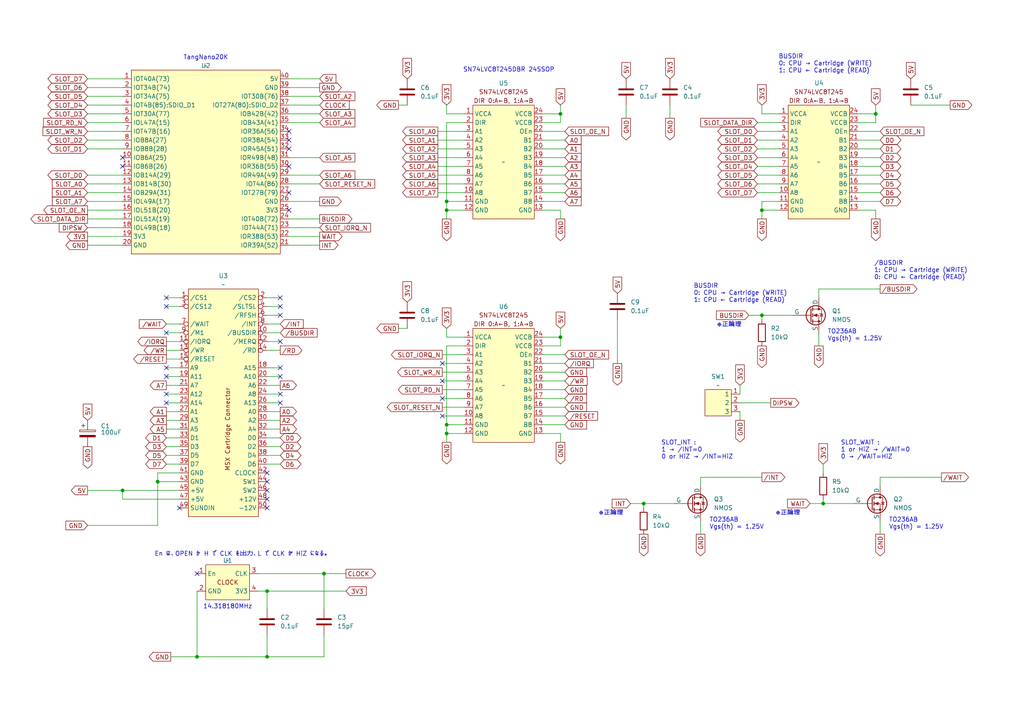
<source format=kicad_sch>
(kicad_sch (version 20250114) (generator "eeschema") (generator_version "9.0")
  (paper "A4")
  (lib_symbols
    (symbol "Device:C" (pin_numbers (hide yes)) (pin_names (offset 0.254))
      (property "Reference" "C" (at 0.635 2.54 0))
      (property "Value" "C" (at 0.635 -2.54 0))
      (symbol "C_0_1"
        (polyline (pts (xy -2.032 0.762) (xy 2.032 0.762)) (stroke (width 0.508)))
        (polyline (pts (xy -2.032 -0.762) (xy 2.032 -0.762)) (stroke (width 0.508)))
      )
      (symbol "C_1_1"
        (pin passive line (at 0 3.81 270) (length 2.794) (name "~") (number "1"))
        (pin passive line (at 0 -3.81 90) (length 2.794) (name "~") (number "2"))
      )
    )
    (symbol "Device:C_Polarized" (pin_numbers (hide yes)) (pin_names (offset 0.254))
      (property "Reference" "C" (at 0.635 2.54 0))
      (property "Value" "C_Polarized" (at 0.635 -2.54 0))
      (symbol "C_Polarized_0_1"
        (rectangle (start -2.286 0.508) (end 2.286 1.016))
        (polyline (pts (xy -1.778 2.286) (xy -0.762 2.286)))
        (polyline (pts (xy -1.27 2.794) (xy -1.27 1.778)))
        (rectangle (start 2.286 -0.508) (end -2.286 -1.016) (fill (type outline)))
      )
      (symbol "C_Polarized_1_1"
        (pin passive line (at 0 3.81 270) (length 2.794) (name "~") (number "1"))
        (pin passive line (at 0 -3.81 90) (length 2.794) (name "~") (number "2"))
      )
    )
    (symbol "Device:R" (pin_numbers (hide yes)) (pin_names (offset 0))
      (property "Reference" "R" (at 2.032 0 90))
      (property "Value" "R" (at 0 0 90))
      (symbol "R_0_1"
        (rectangle (start -1.016 -2.54) (end 1.016 2.54) (stroke (width 0.254)))
      )
      (symbol "R_1_1"
        (pin passive line (at 0 3.81 270) (length 1.27) (name "~") (number "1"))
        (pin passive line (at 0 -3.81 90) (length 1.27) (name "~") (number "2"))
      )
    )
    (symbol "My_Symbols:74LVC8T245"
      (property "Reference" "U" (at 0 0 0))
      (symbol "74LVC8T245_1_1"
        (rectangle (start -8.89 16.51) (end 8.89 -16.51) (fill (type background)))
        (text "SN74LVC8T245" (at 0 20.32 0) (effects (font (size 1.27 1.27))))
        (text "DIR 0:A←B, 1:A→B" (at 0 17.78 0) (effects (font (size 1.27 1.27))))
        (pin power_in line (at -11.43 13.97 0) (length 2.54) (name "VCCA") (number "1"))
        (pin input line (at -11.43 11.43 0) (length 2.54) (name "DIR") (number "2"))
        (pin bidirectional line (at -11.43 8.89 0) (length 2.54) (name "A1") (number "3"))
        (pin bidirectional line (at -11.43 6.35 0) (length 2.54) (name "A2") (number "4"))
        (pin bidirectional line (at -11.43 3.81 0) (length 2.54) (name "A3") (number "5"))
        (pin bidirectional line (at -11.43 1.27 0) (length 2.54) (name "A4") (number "6"))
        (pin bidirectional line (at -11.43 -1.27 0) (length 2.54) (name "A5") (number "7"))
        (pin bidirectional line (at -11.43 -3.81 0) (length 2.54) (name "A6") (number "8"))
        (pin bidirectional line (at -11.43 -6.35 0) (length 2.54) (name "A7") (number "9"))
        (pin bidirectional line (at -11.43 -8.89 0) (length 2.54) (name "A8") (number "10"))
        (pin power_in line (at -11.43 -11.43 0) (length 2.54) (name "GND") (number "11"))
        (pin power_in line (at -11.43 -13.97 0) (length 2.54) (name "GND") (number "12"))
        (pin power_in line (at 11.43 13.97 180) (length 2.54) (name "VCCB") (number "24"))
        (pin power_in line (at 11.43 11.43 180) (length 2.54) (name "VCCB") (number "23"))
        (pin bidirectional line (at 11.43 8.89 180) (length 2.54) (name "OEn") (number "22"))
        (pin bidirectional line (at 11.43 6.35 180) (length 2.54) (name "B1") (number "21"))
        (pin bidirectional line (at 11.43 3.81 180) (length 2.54) (name "B2") (number "20"))
        (pin bidirectional line (at 11.43 1.27 180) (length 2.54) (name "B3") (number "19"))
        (pin bidirectional line (at 11.43 -1.27 180) (length 2.54) (name "B4") (number "18"))
        (pin bidirectional line (at 11.43 -3.81 180) (length 2.54) (name "B5") (number "17"))
        (pin bidirectional line (at 11.43 -6.35 180) (length 2.54) (name "B6") (number "16"))
        (pin bidirectional line (at 11.43 -8.89 180) (length 2.54) (name "B7") (number "15"))
        (pin bidirectional line (at 11.43 -11.43 180) (length 2.54) (name "B8") (number "14"))
        (pin power_in line (at 11.43 -13.97 180) (length 2.54) (name "GND") (number "13"))
      )
    )
    (symbol "My_Symbols:CLOCK"
      (property "Reference" "U" (at 0 6.858 0))
      (symbol "CLOCK_1_1"
        (rectangle (start -6.35 5.08) (end 6.35 -5.08) (fill (type background)))
        (text "CLOCK" (at 0 0 0) (effects (font (size 1.27 1.27))))
        (pin input line (at -8.89 2.54 0) (length 2.54) (name "En") (number "1"))
        (pin power_in line (at -8.89 -2.54 0) (length 2.54) (name "GND") (number "2"))
        (pin output line (at 8.89 2.54 180) (length 2.54) (name "CLK") (number "3"))
        (pin power_in line (at 8.89 -2.54 180) (length 2.54) (name "3V3") (number "4"))
      )
    )
    (symbol "My_Symbols:MSX_Cartridge"
      (property "Reference" "U" (at 0 0 0))
      (symbol "MSX_Cartridge_1_1"
        (rectangle (start -11.43 21.59) (end 8.89 -44.45) (fill (type background)))
        (text "MSX Cartridge Connector" (at 0 -19.05 900) (effects (font (size 1.27 1.27))))
        (pin output inverted (at -13.97 19.05 0) (length 2.54) (name "/CS1") (number "1"))
        (pin output inverted (at -13.97 16.51 0) (length 2.54) (name "/CS12") (number "3"))
        (pin open_collector inverted (at -13.97 11.43 0) (length 2.54) (name "/WAIT") (number "7"))
        (pin output inverted (at -13.97 8.89 0) (length 2.54) (name "/M1") (number "9"))
        (pin output inverted (at -13.97 6.35 0) (length 2.54) (name "/IORQ") (number "11"))
        (pin output inverted (at -13.97 3.81 0) (length 2.54) (name "/WR") (number "13"))
        (pin output inverted (at -13.97 1.27 0) (length 2.54) (name "/RESET") (number "15"))
        (pin output line (at -13.97 -1.27 0) (length 2.54) (name "A9") (number "17"))
        (pin output line (at -13.97 -3.81 0) (length 2.54) (name "A11") (number "19"))
        (pin output line (at -13.97 -6.35 0) (length 2.54) (name "A7") (number "21"))
        (pin output line (at -13.97 -8.89 0) (length 2.54) (name "A12") (number "23"))
        (pin output line (at -13.97 -11.43 0) (length 2.54) (name "A14") (number "25"))
        (pin output line (at -13.97 -13.97 0) (length 2.54) (name "A1") (number "27"))
        (pin output line (at -13.97 -16.51 0) (length 2.54) (name "A3") (number "29"))
        (pin output line (at -13.97 -19.05 0) (length 2.54) (name "A5") (number "31"))
        (pin tri_state line (at -13.97 -21.59 0) (length 2.54) (name "D1") (number "33"))
        (pin tri_state line (at -13.97 -24.13 0) (length 2.54) (name "D3") (number "35"))
        (pin tri_state line (at -13.97 -26.67 0) (length 2.54) (name "D5") (number "37"))
        (pin tri_state line (at -13.97 -29.21 0) (length 2.54) (name "D7") (number "39"))
        (pin power_in line (at -13.97 -31.75 0) (length 2.54) (name "GND") (number "41"))
        (pin power_out line (at -13.97 -34.29 0) (length 2.54) (name "GND") (number "43"))
        (pin power_in line (at -13.97 -36.83 0) (length 2.54) (name "+5V") (number "45"))
        (pin power_out line (at -13.97 -39.37 0) (length 2.54) (name "+5V") (number "47"))
        (pin input line (at -13.97 -41.91 0) (length 2.54) (name "SUNDIN") (number "49"))
        (pin output inverted (at 11.43 19.05 180) (length 2.54) (name "/CS2") (number "2"))
        (pin output inverted (at 11.43 16.51 180) (length 2.54) (name "/SLTSL") (number "4"))
        (pin output inverted (at 11.43 13.97 180) (length 2.54) (name "/RFSH") (number "6"))
        (pin open_collector inverted (at 11.43 11.43 180) (length 2.54) (name "/INT") (number "8"))
        (pin input inverted (at 11.43 8.89 180) (length 2.54) (name "/BUSDIR") (number "10"))
        (pin output inverted (at 11.43 6.35 180) (length 2.54) (name "/MERQ") (number "12"))
        (pin output inverted (at 11.43 3.81 180) (length 2.54) (name "/RD") (number "14"))
        (pin output line (at 11.43 -1.27 180) (length 2.54) (name "A15") (number "18"))
        (pin output line (at 11.43 -3.81 180) (length 2.54) (name "A10") (number "20"))
        (pin output line (at 11.43 -6.35 180) (length 2.54) (name "A6") (number "22"))
        (pin output line (at 11.43 -8.89 180) (length 2.54) (name "A8") (number "24"))
        (pin output line (at 11.43 -11.43 180) (length 2.54) (name "A13") (number "26"))
        (pin output line (at 11.43 -13.97 180) (length 2.54) (name "A0") (number "28"))
        (pin output line (at 11.43 -16.51 180) (length 2.54) (name "A2") (number "30"))
        (pin output line (at 11.43 -19.05 180) (length 2.54) (name "A4") (number "32"))
        (pin tri_state line (at 11.43 -21.59 180) (length 2.54) (name "D0") (number "34"))
        (pin tri_state line (at 11.43 -24.13 180) (length 2.54) (name "D2") (number "36"))
        (pin tri_state line (at 11.43 -26.67 180) (length 2.54) (name "D4") (number "38"))
        (pin tri_state line (at 11.43 -29.21 180) (length 2.54) (name "D6") (number "40"))
        (pin output line (at 11.43 -31.75 180) (length 2.54) (name "CLOCK") (number "42"))
        (pin bidirectional line (at 11.43 -34.29 180) (length 2.54) (name "SW1") (number "44"))
        (pin bidirectional line (at 11.43 -36.83 180) (length 2.54) (name "SW2") (number "46"))
        (pin power_out line (at 11.43 -39.37 180) (length 2.54) (name "+12V") (number "48"))
        (pin power_out line (at 11.43 -41.91 180) (length 2.54) (name "-12V") (number "50"))
      )
    )
    (symbol "My_Symbols:Switch"
      (property "Reference" "SW" (at 0 0 0))
      (symbol "Switch_1_1"
        (rectangle (start -3.81 3.81) (end 3.81 -3.81) (fill (type background)))
        (pin passive line (at 6.35 2.54 180) (length 2.54) (name "1") (number "1"))
        (pin passive line (at 6.35 0 180) (length 2.54) (name "2") (number "2"))
        (pin passive line (at 6.35 -2.54 180) (length 2.54) (name "3") (number "3"))
      )
    )
    (symbol "My_Symbols:TangNano20K"
      (property "Reference" "Tangnano20K" (at 0 0 0))
      (symbol "TangNano20K_1_1"
        (rectangle (start -21.59 27.94) (end 21.59 -25.4) (fill (type background)))
        (pin tri_state line (at -24.13 25.4 0) (length 2.54) (name "IOT40A(73)") (number "1"))
        (pin tri_state line (at -24.13 22.86 0) (length 2.54) (name "IOT34B(74)") (number "2"))
        (pin tri_state line (at -24.13 20.32 0) (length 2.54) (name "IOT34A(75)") (number "3"))
        (pin tri_state line (at -24.13 17.78 0) (length 2.54) (name "IOT4B(85):SDIO_D1") (number "4"))
        (pin tri_state line (at -24.13 15.24 0) (length 2.54) (name "IOT30A(77)") (number "5"))
        (pin tri_state line (at -24.13 12.7 0) (length 2.54) (name "IOL47A(15)") (number "6"))
        (pin tri_state line (at -24.13 10.16 0) (length 2.54) (name "IOT47B(16)") (number "7"))
        (pin tri_state line (at -24.13 7.62 0) (length 2.54) (name "IOB8A(27)") (number "8"))
        (pin tri_state line (at -24.13 5.08 0) (length 2.54) (name "IOB8B(28)") (number "9"))
        (pin tri_state line (at -24.13 2.54 0) (length 2.54) (name "IOB6A(25)") (number "10"))
        (pin tri_state line (at -24.13 0 0) (length 2.54) (name "IOB6B(26)") (number "11"))
        (pin tri_state line (at -24.13 -2.54 0) (length 2.54) (name "IOB14A(29)") (number "12"))
        (pin tri_state line (at -24.13 -5.08 0) (length 2.54) (name "IOB14B(30)") (number "13"))
        (pin tri_state line (at -24.13 -7.62 0) (length 2.54) (name "IOB29A(31)") (number "14"))
        (pin tri_state line (at -24.13 -10.16 0) (length 2.54) (name "IOL49A(17)") (number "15"))
        (pin tri_state line (at -24.13 -12.7 0) (length 2.54) (name "IOL51B(20)") (number "16"))
        (pin tri_state line (at -24.13 -15.24 0) (length 2.54) (name "IOL51A(19)") (number "17"))
        (pin tri_state line (at -24.13 -17.78 0) (length 2.54) (name "IOL49B(18)") (number "18"))
        (pin power_out line (at -24.13 -20.32 0) (length 2.54) (name "3V3") (number "19"))
        (pin power_in line (at -24.13 -22.86 0) (length 2.54) (name "GND") (number "20"))
        (pin power_in line (at 24.13 25.4 180) (length 2.54) (name "5V") (number "40"))
        (pin power_in line (at 24.13 22.86 180) (length 2.54) (name "GND") (number "39"))
        (pin tri_state line (at 24.13 20.32 180) (length 2.54) (name "IOT30B(76)") (number "38"))
        (pin tri_state line (at 24.13 17.78 180) (length 2.54) (name "IOT27A(80):SDIO_D2") (number "37"))
        (pin tri_state line (at 24.13 15.24 180) (length 2.54) (name "IOB42B(42)") (number "36"))
        (pin tri_state line (at 24.13 12.7 180) (length 2.54) (name "IOB43A(41)") (number "35"))
        (pin tri_state line (at 24.13 10.16 180) (length 2.54) (name "IOR36A(56)") (number "34"))
        (pin tri_state line (at 24.13 7.62 180) (length 2.54) (name "IOR38A(54)") (number "33"))
        (pin tri_state line (at 24.13 5.08 180) (length 2.54) (name "IOR45A(51)") (number "32"))
        (pin tri_state line (at 24.13 2.54 180) (length 2.54) (name "IOR49B(48)") (number "31"))
        (pin tri_state line (at 24.13 0 180) (length 2.54) (name "IOR36B(55)") (number "30"))
        (pin tri_state line (at 24.13 -2.54 180) (length 2.54) (name "IOR49A(49)") (number "29"))
        (pin tri_state line (at 24.13 -5.08 180) (length 2.54) (name "IOT4A(86)") (number "28"))
        (pin tri_state line (at 24.13 -7.62 180) (length 2.54) (name "IOT27B(79)") (number "27"))
        (pin power_in line (at 24.13 -10.16 180) (length 2.54) (name "GND") (number "26"))
        (pin power_out line (at 24.13 -12.7 180) (length 2.54) (name "3V3") (number "25"))
        (pin tri_state line (at 24.13 -15.24 180) (length 2.54) (name "IOT40B(72)") (number "24"))
        (pin tri_state line (at 24.13 -17.78 180) (length 2.54) (name "IOT44A(71)") (number "23"))
        (pin tri_state line (at 24.13 -20.32 180) (length 2.54) (name "IOR38B(53)") (number "22"))
        (pin tri_state line (at 24.13 -22.86 180) (length 2.54) (name "IOR39A(52)") (number "21"))
      )
    )
    (symbol "Simulation_SPICE:NMOS" (pin_numbers (hide yes)) (pin_names (offset 0))
      (property "Reference" "Q" (at 5.08 1.27 0))
      (property "Value" "NMOS" (at 5.08 -1.27 0))
      (symbol "NMOS_0_1"
        (polyline (pts (xy 0.254 1.905) (xy 0.254 -1.905)) (stroke (width 0.254)))
        (polyline (pts (xy 0.254 0) (xy -2.54 0)))
        (polyline (pts (xy 0.762 2.286) (xy 0.762 1.27)) (stroke (width 0.254)))
        (polyline (pts (xy 0.762 0.508) (xy 0.762 -0.508)) (stroke (width 0.254)))
        (polyline (pts (xy 0.762 -1.27) (xy 0.762 -2.286)) (stroke (width 0.254)))
        (polyline (pts (xy 0.762 -1.778) (xy 3.302 -1.778) (xy 3.302 1.778) (xy 0.762 1.778)))
        (polyline (pts (xy 1.016 0) (xy 2.032 0.381) (xy 2.032 -0.381) (xy 1.016 0)) (fill (type outline)))
        (circle (center 1.651 0) (radius 2.794) (stroke (width 0.254)))
        (polyline (pts (xy 2.54 2.54) (xy 2.54 1.778)))
        (circle (center 2.54 1.778) (radius 0.254) (fill (type outline)))
        (circle (center 2.54 -1.778) (radius 0.254) (fill (type outline)))
        (polyline (pts (xy 2.54 -2.54) (xy 2.54 0) (xy 0.762 0)))
        (polyline (pts (xy 2.794 0.508) (xy 2.921 0.381) (xy 3.683 0.381) (xy 3.81 0.254)))
        (polyline (pts (xy 3.302 0.381) (xy 2.921 -0.254) (xy 3.683 -0.254) (xy 3.302 0.381)))
      )
      (symbol "NMOS_1_1"
        (pin input line (at -5.08 0 0) (length 2.54) (name "G") (number "2"))
        (pin passive line (at 2.54 5.08 270) (length 2.54) (name "D") (number "1"))
        (pin passive line (at 2.54 -5.08 90) (length 2.54) (name "S") (number "3"))
      )
    )
  )
  (text "SLOT_INT : \n1 → /INT=0\n0 or HiZ → /INT=HiZ\n" (at 191.77 133.35 0) (effects (font (size 1.27 1.27)) (justify left bottom)))
  (text "TO236AB\nVgs(th) = 1.25V" (at 257.81 153.67 0) (effects (font (size 1.27 1.27)) (justify left bottom)))
  (text "TO236AB\nVgs(th) = 1.25V" (at 205.74 153.67 0) (effects (font (size 1.27 1.27)) (justify left bottom)))
  (text "En は、OPEN か H で CLK を出力、L で CLK が HiZ になる。" (at 70.104 160.782 0) (effects (font (size 1.27 1.27))))
  (text "TangNano20K" (at 59.69 16.764 0) (effects (font (size 1.27 1.27))))
  (text "BUSDIR\n0: CPU → Cartridge (WRITE)\n1: CPU ← Cartridge (READ)" (at 225.806 21.336 0) (effects (font (size 1.27 1.27)) (justify left bottom)))
  (text "14.318180MHz" (at 66.04 176.022 0) (effects (font (size 1.27 1.27))))
  (text "※正論理" (at 173.482 149.606 0) (effects (font (size 1.27 1.27)) (justify left bottom)))
  (text "※正論理" (at 207.772 94.996 0) (effects (font (size 1.27 1.27)) (justify left bottom)))
  (text "BUSDIR\n0: CPU → Cartridge (WRITE)\n1: CPU ← Cartridge (READ)" (at 201.168 87.884 0) (effects (font (size 1.27 1.27)) (justify left bottom)))
  (text "SLOT_WAIT : \n1 or HiZ → /WAIT=0\n0 → /WAIT=HiZ\n" (at 243.84 133.35 0) (effects (font (size 1.27 1.27)) (justify left bottom)))
  (text "TO236AB\nVgs(th) = 1.25V" (at 240.03 99.06 0) (effects (font (size 1.27 1.27)) (justify left bottom)))
  (text "※正論理" (at 224.79 149.606 0) (effects (font (size 1.27 1.27)) (justify left bottom)))
  (text "SN74LVC8T245DBR 24SSOP" (at 147.574 20.32 0) (effects (font (size 1.27 1.27))))
  (text "/BUSDIR\n1: CPU → Cartridge (WRITE)\n0: CPU ← Cartridge (READ)" (at 253.492 81.28 0) (effects (font (size 1.27 1.27)) (justify left bottom)))
  (junction (at 45.72 139.7))
  (junction (at 77.47 171.45))
  (junction (at 129.54 58.42))
  (junction (at 238.76 146.05))
  (junction (at 77.47 190.5))
  (junction (at 129.54 60.96))
  (junction (at 186.69 146.05))
  (junction (at 254 33.02))
  (junction (at 129.54 123.19))
  (junction (at 57.15 190.5))
  (junction (at 220.98 60.96))
  (junction (at 93.98 166.37))
  (junction (at 129.54 125.73))
  (junction (at 162.56 97.79))
  (junction (at 162.56 33.02))
  (junction (at 220.98 91.44))
  (junction (at 35.56 142.24))
  (no_connect (at 83.82 43.18))
  (no_connect (at 81.28 114.3))
  (no_connect (at 48.26 114.3))
  (no_connect (at 83.82 60.96))
  (no_connect (at 48.26 96.52))
  (no_connect (at 52.07 147.32))
  (no_connect (at 81.28 109.22))
  (no_connect (at 83.82 48.26))
  (no_connect (at 77.47 137.16))
  (no_connect (at 81.28 106.68))
  (no_connect (at 83.82 40.64))
  (no_connect (at 77.47 142.24))
  (no_connect (at 128.27 105.41))
  (no_connect (at 48.26 109.22))
  (no_connect (at 81.28 116.84))
  (no_connect (at 81.28 91.44))
  (no_connect (at 81.28 88.9))
  (no_connect (at 48.26 116.84))
  (no_connect (at 48.26 86.36))
  (no_connect (at 57.15 166.37))
  (no_connect (at 35.56 45.72))
  (no_connect (at 48.26 88.9))
  (no_connect (at 81.28 86.36))
  (no_connect (at 128.27 120.65))
  (no_connect (at 128.27 115.57))
  (no_connect (at 35.56 48.26))
  (no_connect (at 81.28 99.06))
  (no_connect (at 128.27 110.49))
  (no_connect (at 77.47 144.78))
  (no_connect (at 83.82 55.88))
  (no_connect (at 77.47 139.7))
  (no_connect (at 77.47 147.32))
  (no_connect (at 83.82 38.1))
  (no_connect (at 48.26 106.68))
  (wire (pts (xy 238.76 146.05) (xy 238.76 144.78)))
  (wire (pts (xy 129.54 35.56) (xy 129.54 58.42)))
  (wire (pts (xy 134.62 97.79) (xy 129.54 97.79)))
  (wire (pts (xy 81.28 96.52) (xy 77.47 96.52)))
  (wire (pts (xy 127 43.18) (xy 134.62 43.18)))
  (wire (pts (xy 220.98 60.96) (xy 220.98 63.5)))
  (wire (pts (xy 226.06 33.02) (xy 220.98 33.02)))
  (wire (pts (xy 57.15 171.45) (xy 57.15 190.5)))
  (wire (pts (xy 100.33 166.37) (xy 93.98 166.37)))
  (wire (pts (xy 186.69 146.05) (xy 186.69 147.32)))
  (wire (pts (xy 255.27 55.88) (xy 248.92 55.88)))
  (wire (pts (xy 100.33 171.45) (xy 77.47 171.45)))
  (wire (pts (xy 237.49 83.82) (xy 237.49 86.36)))
  (wire (pts (xy 35.56 144.78) (xy 35.56 142.24)))
  (wire (pts (xy 81.28 86.36) (xy 77.47 86.36)))
  (wire (pts (xy 220.98 138.43) (xy 203.2 138.43)))
  (wire (pts (xy 163.83 50.8) (xy 157.48 50.8)))
  (wire (pts (xy 92.71 68.58) (xy 83.82 68.58)))
  (wire (pts (xy 48.26 119.38) (xy 52.07 119.38)))
  (wire (pts (xy 254 33.02) (xy 254 30.48)))
  (wire (pts (xy 162.56 125.73) (xy 162.56 128.27)))
  (wire (pts (xy 25.4 38.1) (xy 35.56 38.1)))
  (wire (pts (xy 25.4 40.64) (xy 35.56 40.64)))
  (wire (pts (xy 45.72 137.16) (xy 52.07 137.16)))
  (wire (pts (xy 81.28 91.44) (xy 77.47 91.44)))
  (wire (pts (xy 163.83 45.72) (xy 157.48 45.72)))
  (wire (pts (xy 48.26 86.36) (xy 52.07 86.36)))
  (wire (pts (xy 226.06 58.42) (xy 220.98 58.42)))
  (wire (pts (xy 157.48 60.96) (xy 162.56 60.96)))
  (wire (pts (xy 220.98 91.44) (xy 220.98 92.71)))
  (wire (pts (xy 25.4 63.5) (xy 35.56 63.5)))
  (wire (pts (xy 255.27 53.34) (xy 248.92 53.34)))
  (wire (pts (xy 93.98 184.15) (xy 93.98 190.5)))
  (wire (pts (xy 163.83 107.95) (xy 157.48 107.95)))
  (wire (pts (xy 219.71 40.64) (xy 226.06 40.64)))
  (wire (pts (xy 223.52 116.84) (xy 214.63 116.84)))
  (wire (pts (xy 248.92 33.02) (xy 254 33.02)))
  (wire (pts (xy 238.76 134.62) (xy 238.76 137.16)))
  (wire (pts (xy 45.72 137.16) (xy 45.72 139.7)))
  (wire (pts (xy 81.28 124.46) (xy 77.47 124.46)))
  (wire (pts (xy 220.98 33.02) (xy 220.98 30.48)))
  (wire (pts (xy 81.28 106.68) (xy 77.47 106.68)))
  (wire (pts (xy 77.47 171.45) (xy 77.47 176.53)))
  (wire (pts (xy 81.28 116.84) (xy 77.47 116.84)))
  (wire (pts (xy 128.27 115.57) (xy 134.62 115.57)))
  (wire (pts (xy 48.26 96.52) (xy 52.07 96.52)))
  (wire (pts (xy 163.83 102.87) (xy 157.48 102.87)))
  (wire (pts (xy 134.62 100.33) (xy 129.54 100.33)))
  (wire (pts (xy 25.4 58.42) (xy 35.56 58.42)))
  (wire (pts (xy 92.71 27.94) (xy 83.82 27.94)))
  (wire (pts (xy 219.71 53.34) (xy 226.06 53.34)))
  (wire (pts (xy 255.27 45.72) (xy 248.92 45.72)))
  (wire (pts (xy 234.95 146.05) (xy 238.76 146.05)))
  (wire (pts (xy 129.54 33.02) (xy 129.54 30.48)))
  (wire (pts (xy 134.62 33.02) (xy 129.54 33.02)))
  (wire (pts (xy 81.28 88.9) (xy 77.47 88.9)))
  (wire (pts (xy 220.98 60.96) (xy 226.06 60.96)))
  (wire (pts (xy 25.4 33.02) (xy 35.56 33.02)))
  (wire (pts (xy 163.83 105.41) (xy 157.48 105.41)))
  (wire (pts (xy 203.2 154.94) (xy 203.2 151.13)))
  (wire (pts (xy 25.4 27.94) (xy 35.56 27.94)))
  (wire (pts (xy 93.98 166.37) (xy 93.98 176.53)))
  (wire (pts (xy 35.56 142.24) (xy 52.07 142.24)))
  (wire (pts (xy 255.27 43.18) (xy 248.92 43.18)))
  (wire (pts (xy 248.92 60.96) (xy 254 60.96)))
  (wire (pts (xy 25.4 50.8) (xy 35.56 50.8)))
  (wire (pts (xy 157.48 97.79) (xy 162.56 97.79)))
  (wire (pts (xy 163.83 40.64) (xy 157.48 40.64)))
  (wire (pts (xy 92.71 66.04) (xy 83.82 66.04)))
  (wire (pts (xy 48.26 132.08) (xy 52.07 132.08)))
  (wire (pts (xy 179.07 92.71) (xy 179.07 105.41)))
  (wire (pts (xy 181.61 30.48) (xy 181.61 34.29)))
  (wire (pts (xy 25.4 22.86) (xy 35.56 22.86)))
  (wire (pts (xy 48.26 93.98) (xy 52.07 93.98)))
  (wire (pts (xy 255.27 58.42) (xy 248.92 58.42)))
  (wire (pts (xy 162.56 60.96) (xy 162.56 63.5)))
  (wire (pts (xy 128.27 113.03) (xy 134.62 113.03)))
  (wire (pts (xy 255.27 40.64) (xy 248.92 40.64)))
  (wire (pts (xy 219.71 43.18) (xy 226.06 43.18)))
  (wire (pts (xy 162.56 33.02) (xy 162.56 30.48)))
  (wire (pts (xy 129.54 97.79) (xy 129.54 95.25)))
  (wire (pts (xy 92.71 53.34) (xy 83.82 53.34)))
  (wire (pts (xy 203.2 138.43) (xy 203.2 140.97)))
  (wire (pts (xy 115.57 95.25) (xy 118.11 95.25)))
  (wire (pts (xy 163.83 58.42) (xy 157.48 58.42)))
  (wire (pts (xy 128.27 102.87) (xy 134.62 102.87)))
  (wire (pts (xy 127 38.1) (xy 134.62 38.1)))
  (wire (pts (xy 25.4 55.88) (xy 35.56 55.88)))
  (wire (pts (xy 186.69 146.05) (xy 195.58 146.05)))
  (wire (pts (xy 220.98 58.42) (xy 220.98 60.96)))
  (wire (pts (xy 127 45.72) (xy 134.62 45.72)))
  (wire (pts (xy 129.54 125.73) (xy 134.62 125.73)))
  (wire (pts (xy 49.53 190.5) (xy 57.15 190.5)))
  (wire (pts (xy 92.71 22.86) (xy 83.82 22.86)))
  (wire (pts (xy 25.4 68.58) (xy 35.56 68.58)))
  (wire (pts (xy 48.26 124.46) (xy 52.07 124.46)))
  (wire (pts (xy 48.26 109.22) (xy 52.07 109.22)))
  (wire (pts (xy 48.26 134.62) (xy 52.07 134.62)))
  (wire (pts (xy 129.54 100.33) (xy 129.54 123.19)))
  (wire (pts (xy 48.26 101.6) (xy 52.07 101.6)))
  (wire (pts (xy 81.28 114.3) (xy 77.47 114.3)))
  (wire (pts (xy 163.83 115.57) (xy 157.48 115.57)))
  (wire (pts (xy 128.27 120.65) (xy 134.62 120.65)))
  (wire (pts (xy 254 35.56) (xy 254 33.02)))
  (wire (pts (xy 92.71 71.12) (xy 83.82 71.12)))
  (wire (pts (xy 77.47 184.15) (xy 77.47 190.5)))
  (wire (pts (xy 81.28 121.92) (xy 77.47 121.92)))
  (wire (pts (xy 163.83 53.34) (xy 157.48 53.34)))
  (wire (pts (xy 25.4 25.4) (xy 35.56 25.4)))
  (wire (pts (xy 254 60.96) (xy 254 63.5)))
  (wire (pts (xy 128.27 105.41) (xy 134.62 105.41)))
  (wire (pts (xy 255.27 138.43) (xy 255.27 140.97)))
  (wire (pts (xy 127 53.34) (xy 134.62 53.34)))
  (wire (pts (xy 219.71 50.8) (xy 226.06 50.8)))
  (wire (pts (xy 275.59 30.48) (xy 264.16 30.48)))
  (wire (pts (xy 92.71 33.02) (xy 83.82 33.02)))
  (wire (pts (xy 92.71 35.56) (xy 83.82 35.56)))
  (wire (pts (xy 219.71 38.1) (xy 226.06 38.1)))
  (wire (pts (xy 25.4 142.24) (xy 35.56 142.24)))
  (wire (pts (xy 45.72 139.7) (xy 45.72 152.4)))
  (wire (pts (xy 163.83 113.03) (xy 157.48 113.03)))
  (wire (pts (xy 48.26 111.76) (xy 52.07 111.76)))
  (wire (pts (xy 162.56 35.56) (xy 162.56 33.02)))
  (wire (pts (xy 25.4 71.12) (xy 35.56 71.12)))
  (wire (pts (xy 52.07 144.78) (xy 35.56 144.78)))
  (wire (pts (xy 48.26 104.14) (xy 52.07 104.14)))
  (wire (pts (xy 92.71 58.42) (xy 83.82 58.42)))
  (wire (pts (xy 81.28 111.76) (xy 77.47 111.76)))
  (wire (pts (xy 48.26 129.54) (xy 52.07 129.54)))
  (wire (pts (xy 219.71 55.88) (xy 226.06 55.88)))
  (wire (pts (xy 255.27 154.94) (xy 255.27 151.13)))
  (wire (pts (xy 214.63 121.92) (xy 214.63 119.38)))
  (wire (pts (xy 273.05 138.43) (xy 255.27 138.43)))
  (wire (pts (xy 255.27 38.1) (xy 248.92 38.1)))
  (wire (pts (xy 81.28 93.98) (xy 77.47 93.98)))
  (wire (pts (xy 25.4 53.34) (xy 35.56 53.34)))
  (wire (pts (xy 81.28 109.22) (xy 77.47 109.22)))
  (wire (pts (xy 57.15 190.5) (xy 77.47 190.5)))
  (wire (pts (xy 219.71 45.72) (xy 226.06 45.72)))
  (wire (pts (xy 127 55.88) (xy 134.62 55.88)))
  (wire (pts (xy 81.28 127) (xy 77.47 127)))
  (wire (pts (xy 48.26 106.68) (xy 52.07 106.68)))
  (wire (pts (xy 129.54 58.42) (xy 129.54 60.96)))
  (wire (pts (xy 163.83 118.11) (xy 157.48 118.11)))
  (wire (pts (xy 81.28 119.38) (xy 77.47 119.38)))
  (wire (pts (xy 214.63 111.76) (xy 214.63 114.3)))
  (wire (pts (xy 237.49 100.33) (xy 237.49 96.52)))
  (wire (pts (xy 163.83 110.49) (xy 157.48 110.49)))
  (wire (pts (xy 48.26 127) (xy 52.07 127)))
  (wire (pts (xy 226.06 35.56) (xy 219.71 35.56)))
  (wire (pts (xy 129.54 125.73) (xy 129.54 128.27)))
  (wire (pts (xy 182.88 146.05) (xy 186.69 146.05)))
  (wire (pts (xy 157.48 33.02) (xy 162.56 33.02)))
  (wire (pts (xy 92.71 25.4) (xy 83.82 25.4)))
  (wire (pts (xy 163.83 123.19) (xy 157.48 123.19)))
  (wire (pts (xy 25.4 35.56) (xy 35.56 35.56)))
  (wire (pts (xy 247.65 146.05) (xy 238.76 146.05)))
  (wire (pts (xy 48.26 121.92) (xy 52.07 121.92)))
  (wire (pts (xy 92.71 50.8) (xy 83.82 50.8)))
  (wire (pts (xy 219.71 48.26) (xy 226.06 48.26)))
  (wire (pts (xy 81.28 99.06) (xy 77.47 99.06)))
  (wire (pts (xy 92.71 45.72) (xy 83.82 45.72)))
  (wire (pts (xy 127 50.8) (xy 134.62 50.8)))
  (wire (pts (xy 81.28 132.08) (xy 77.47 132.08)))
  (wire (pts (xy 128.27 110.49) (xy 134.62 110.49)))
  (wire (pts (xy 129.54 123.19) (xy 129.54 125.73)))
  (wire (pts (xy 255.27 50.8) (xy 248.92 50.8)))
  (wire (pts (xy 217.17 91.44) (xy 220.98 91.44)))
  (wire (pts (xy 25.4 60.96) (xy 35.56 60.96)))
  (wire (pts (xy 45.72 139.7) (xy 52.07 139.7)))
  (wire (pts (xy 134.62 58.42) (xy 129.54 58.42)))
  (wire (pts (xy 77.47 171.45) (xy 74.93 171.45)))
  (wire (pts (xy 81.28 134.62) (xy 77.47 134.62)))
  (wire (pts (xy 77.47 190.5) (xy 93.98 190.5)))
  (wire (pts (xy 220.98 91.44) (xy 229.87 91.44)))
  (wire (pts (xy 157.48 100.33) (xy 162.56 100.33)))
  (wire (pts (xy 74.93 166.37) (xy 93.98 166.37)))
  (wire (pts (xy 157.48 125.73) (xy 162.56 125.73)))
  (wire (pts (xy 128.27 118.11) (xy 134.62 118.11)))
  (wire (pts (xy 129.54 60.96) (xy 129.54 63.5)))
  (wire (pts (xy 129.54 60.96) (xy 134.62 60.96)))
  (wire (pts (xy 48.26 99.06) (xy 52.07 99.06)))
  (wire (pts (xy 163.83 48.26) (xy 157.48 48.26)))
  (wire (pts (xy 255.27 48.26) (xy 248.92 48.26)))
  (wire (pts (xy 162.56 100.33) (xy 162.56 97.79)))
  (wire (pts (xy 48.26 88.9) (xy 52.07 88.9)))
  (wire (pts (xy 163.83 43.18) (xy 157.48 43.18)))
  (wire (pts (xy 25.4 66.04) (xy 35.56 66.04)))
  (wire (pts (xy 163.83 120.65) (xy 157.48 120.65)))
  (wire (pts (xy 81.28 129.54) (xy 77.47 129.54)))
  (wire (pts (xy 25.4 30.48) (xy 35.56 30.48)))
  (wire (pts (xy 128.27 107.95) (xy 134.62 107.95)))
  (wire (pts (xy 163.83 38.1) (xy 157.48 38.1)))
  (wire (pts (xy 127 48.26) (xy 134.62 48.26)))
  (wire (pts (xy 92.71 63.5) (xy 83.82 63.5)))
  (wire (pts (xy 134.62 123.19) (xy 129.54 123.19)))
  (wire (pts (xy 81.28 101.6) (xy 77.47 101.6)))
  (wire (pts (xy 194.31 34.29) (xy 194.31 30.48)))
  (wire (pts (xy 157.48 35.56) (xy 162.56 35.56)))
  (wire (pts (xy 48.26 116.84) (xy 52.07 116.84)))
  (wire (pts (xy 25.4 152.4) (xy 45.72 152.4)))
  (wire (pts (xy 25.4 43.18) (xy 35.56 43.18)))
  (wire (pts (xy 248.92 35.56) (xy 254 35.56)))
  (wire (pts (xy 92.71 30.48) (xy 83.82 30.48)))
  (wire (pts (xy 162.56 97.79) (xy 162.56 95.25)))
  (wire (pts (xy 163.83 55.88) (xy 157.48 55.88)))
  (wire (pts (xy 134.62 35.56) (xy 129.54 35.56)))
  (wire (pts (xy 127 40.64) (xy 134.62 40.64)))
  (wire (pts (xy 115.57 30.48) (xy 118.11 30.48)))
  (wire (pts (xy 237.49 83.82) (xy 255.27 83.82)))
  (wire (pts (xy 48.26 114.3) (xy 52.07 114.3)))
  (global_label "SLOT_IORQ_N" (shape input) (at 92.71 66.04 0) (property "Intersheetrefs" "${INTERSHEET_REFS}" (effects (hide yes))))
  (global_label "{slash}INT" (shape output) (at 220.98 138.43 0) (property "Intersheetrefs" "${INTERSHEET_REFS}" (effects (hide yes))))
  (global_label "SLOT_D2" (shape bidirectional) (at 219.71 43.18 180) (property "Intersheetrefs" "${INTERSHEET_REFS}" (effects (hide yes))))
  (global_label "GND" (shape output) (at 115.57 30.48 180) (property "Intersheetrefs" "${INTERSHEET_REFS}" (effects (hide yes))))
  (global_label "{slash}RESET" (shape output) (at 48.26 104.14 180) (property "Intersheetrefs" "${INTERSHEET_REFS}" (effects (hide yes))))
  (global_label "SLOT_RD_N" (shape output) (at 128.27 113.03 180) (property "Intersheetrefs" "${INTERSHEET_REFS}" (effects (hide yes))))
  (global_label "D4" (shape bidirectional) (at 255.27 50.8 0) (property "Intersheetrefs" "${INTERSHEET_REFS}" (effects (hide yes))))
  (global_label "SLOT_D0" (shape bidirectional) (at 25.4 50.8 180) (property "Intersheetrefs" "${INTERSHEET_REFS}" (effects (hide yes))))
  (global_label "GND" (shape output) (at 254 63.5 270) (property "Intersheetrefs" "${INTERSHEET_REFS}" (effects (hide yes))))
  (global_label "GND" (shape input) (at 163.83 123.19 0) (property "Intersheetrefs" "${INTERSHEET_REFS}" (effects (hide yes))))
  (global_label "SLOT_A6" (shape input) (at 92.71 50.8 0) (property "Intersheetrefs" "${INTERSHEET_REFS}" (effects (hide yes))))
  (global_label "GND" (shape output) (at 275.59 30.48 0) (property "Intersheetrefs" "${INTERSHEET_REFS}" (effects (hide yes))))
  (global_label "GND" (shape input) (at 163.83 107.95 0) (property "Intersheetrefs" "${INTERSHEET_REFS}" (effects (hide yes))))
  (global_label "5V" (shape input) (at 181.61 22.86 90) (property "Intersheetrefs" "${INTERSHEET_REFS}" (effects (hide yes))))
  (global_label "GND" (shape output) (at 129.54 63.5 270) (property "Intersheetrefs" "${INTERSHEET_REFS}" (effects (hide yes))))
  (global_label "SLOT_D6" (shape bidirectional) (at 219.71 53.34 180) (property "Intersheetrefs" "${INTERSHEET_REFS}" (effects (hide yes))))
  (global_label "A4" (shape input) (at 163.83 50.8 0) (property "Intersheetrefs" "${INTERSHEET_REFS}" (effects (hide yes))))
  (global_label "GND" (shape output) (at 179.07 105.41 270) (property "Intersheetrefs" "${INTERSHEET_REFS}" (effects (hide yes))))
  (global_label "5V" (shape input) (at 162.56 30.48 90) (property "Intersheetrefs" "${INTERSHEET_REFS}" (effects (hide yes))))
  (global_label "3V3" (shape input) (at 129.54 30.48 90) (property "Intersheetrefs" "${INTERSHEET_REFS}" (effects (hide yes))))
  (global_label "SLOT_A1" (shape output) (at 127 40.64 180) (property "Intersheetrefs" "${INTERSHEET_REFS}" (effects (hide yes))))
  (global_label "CLOCK" (shape output) (at 100.33 166.37 0) (property "Intersheetrefs" "${INTERSHEET_REFS}" (effects (hide yes))))
  (global_label "D0" (shape bidirectional) (at 81.28 127 0) (property "Intersheetrefs" "${INTERSHEET_REFS}" (effects (hide yes))))
  (global_label "SLOT_IORQ_N" (shape output) (at 128.27 102.87 180) (property "Intersheetrefs" "${INTERSHEET_REFS}" (effects (hide yes))))
  (global_label "SLOT_D3" (shape bidirectional) (at 25.4 33.02 180) (property "Intersheetrefs" "${INTERSHEET_REFS}" (effects (hide yes))))
  (global_label "GND" (shape output) (at 255.27 154.94 270) (property "Intersheetrefs" "${INTERSHEET_REFS}" (effects (hide yes))))
  (global_label "3V3" (shape input) (at 238.76 134.62 90) (property "Intersheetrefs" "${INTERSHEET_REFS}" (effects (hide yes))))
  (global_label "A2" (shape input) (at 163.83 45.72 0) (property "Intersheetrefs" "${INTERSHEET_REFS}" (effects (hide yes))))
  (global_label "D6" (shape bidirectional) (at 81.28 134.62 0) (property "Intersheetrefs" "${INTERSHEET_REFS}" (effects (hide yes))))
  (global_label "GND" (shape output) (at 129.54 128.27 270) (property "Intersheetrefs" "${INTERSHEET_REFS}" (effects (hide yes))))
  (global_label "SLOT_A4" (shape output) (at 127 48.26 180) (property "Intersheetrefs" "${INTERSHEET_REFS}" (effects (hide yes))))
  (global_label "GND" (shape input) (at 163.83 118.11 0) (property "Intersheetrefs" "${INTERSHEET_REFS}" (effects (hide yes))))
  (global_label "SLOT_A5" (shape input) (at 92.71 45.72 0) (property "Intersheetrefs" "${INTERSHEET_REFS}" (effects (hide yes))))
  (global_label "D1" (shape bidirectional) (at 48.26 127 180) (property "Intersheetrefs" "${INTERSHEET_REFS}" (effects (hide yes))))
  (global_label "{slash}BUSDIR" (shape input) (at 81.28 96.52 0) (property "Intersheetrefs" "${INTERSHEET_REFS}" (effects (hide yes))))
  (global_label "SLOT_A3" (shape input) (at 92.71 33.02 0) (property "Intersheetrefs" "${INTERSHEET_REFS}" (effects (hide yes))))
  (global_label "GND" (shape output) (at 115.57 95.25 180) (property "Intersheetrefs" "${INTERSHEET_REFS}" (effects (hide yes))))
  (global_label "SLOT_OE_N" (shape input) (at 163.83 38.1 0) (property "Intersheetrefs" "${INTERSHEET_REFS}" (effects (hide yes))))
  (global_label "GND" (shape output) (at 92.71 58.42 0) (property "Intersheetrefs" "${INTERSHEET_REFS}" (effects (hide yes))))
  (global_label "INT" (shape output) (at 92.71 71.12 0) (property "Intersheetrefs" "${INTERSHEET_REFS}" (effects (hide yes))))
  (global_label "{slash}WAIT" (shape input) (at 48.26 93.98 180) (property "Intersheetrefs" "${INTERSHEET_REFS}" (effects (hide yes))))
  (global_label "GND" (shape output) (at 214.63 121.92 270) (property "Intersheetrefs" "${INTERSHEET_REFS}" (effects (hide yes))))
  (global_label "D4" (shape bidirectional) (at 81.28 132.08 0) (property "Intersheetrefs" "${INTERSHEET_REFS}" (effects (hide yes))))
  (global_label "GND" (shape output) (at 25.4 71.12 180) (property "Intersheetrefs" "${INTERSHEET_REFS}" (effects (hide yes))))
  (global_label "D7" (shape bidirectional) (at 255.27 58.42 0) (property "Intersheetrefs" "${INTERSHEET_REFS}" (effects (hide yes))))
  (global_label "D7" (shape bidirectional) (at 48.26 134.62 180) (property "Intersheetrefs" "${INTERSHEET_REFS}" (effects (hide yes))))
  (global_label "D2" (shape bidirectional) (at 255.27 45.72 0) (property "Intersheetrefs" "${INTERSHEET_REFS}" (effects (hide yes))))
  (global_label "SLOT_WR_N" (shape input) (at 25.4 38.1 180) (property "Intersheetrefs" "${INTERSHEET_REFS}" (effects (hide yes))))
  (global_label "D6" (shape bidirectional) (at 255.27 55.88 0) (property "Intersheetrefs" "${INTERSHEET_REFS}" (effects (hide yes))))
  (global_label "BUSDIR" (shape output) (at 92.71 63.5 0) (property "Intersheetrefs" "${INTERSHEET_REFS}" (effects (hide yes))))
  (global_label "3V3" (shape input) (at 194.31 22.86 90) (property "Intersheetrefs" "${INTERSHEET_REFS}" (effects (hide yes))))
  (global_label "SLOT_D7" (shape bidirectional) (at 25.4 22.86 180) (property "Intersheetrefs" "${INTERSHEET_REFS}" (effects (hide yes))))
  (global_label "SLOT_D1" (shape bidirectional) (at 219.71 40.64 180) (property "Intersheetrefs" "${INTERSHEET_REFS}" (effects (hide yes))))
  (global_label "SLOT_RESET_N" (shape input) (at 92.71 53.34 0) (property "Intersheetrefs" "${INTERSHEET_REFS}" (effects (hide yes))))
  (global_label "GND" (shape output) (at 181.61 34.29 270) (property "Intersheetrefs" "${INTERSHEET_REFS}" (effects (hide yes))))
  (global_label "SLOT_A1" (shape input) (at 25.4 55.88 180) (property "Intersheetrefs" "${INTERSHEET_REFS}" (effects (hide yes))))
  (global_label "SLOT_D4" (shape bidirectional) (at 219.71 48.26 180) (property "Intersheetrefs" "${INTERSHEET_REFS}" (effects (hide yes))))
  (global_label "5V" (shape input) (at 92.71 22.86 0) (property "Intersheetrefs" "${INTERSHEET_REFS}" (effects (hide yes))))
  (global_label "GND" (shape output) (at 162.56 128.27 270) (property "Intersheetrefs" "${INTERSHEET_REFS}" (effects (hide yes))))
  (global_label "5V" (shape input) (at 264.16 22.86 90) (property "Intersheetrefs" "${INTERSHEET_REFS}" (effects (hide yes))))
  (global_label "D3" (shape bidirectional) (at 48.26 129.54 180) (property "Intersheetrefs" "${INTERSHEET_REFS}" (effects (hide yes))))
  (global_label "SLOT_OE_N" (shape input) (at 163.83 102.87 0) (property "Intersheetrefs" "${INTERSHEET_REFS}" (effects (hide yes))))
  (global_label "DIPSW" (shape output) (at 223.52 116.84 0) (property "Intersheetrefs" "${INTERSHEET_REFS}" (effects (hide yes))))
  (global_label "SLOT_D5" (shape bidirectional) (at 25.4 27.94 180) (property "Intersheetrefs" "${INTERSHEET_REFS}" (effects (hide yes))))
  (global_label "SLOT_OE_N" (shape input) (at 255.27 38.1 0) (property "Intersheetrefs" "${INTERSHEET_REFS}" (effects (hide yes))))
  (global_label "5V" (shape input) (at 162.56 95.25 90) (property "Intersheetrefs" "${INTERSHEET_REFS}" (effects (hide yes))))
  (global_label "3V3" (shape input) (at 214.63 111.76 90) (property "Intersheetrefs" "${INTERSHEET_REFS}" (effects (hide yes))))
  (global_label "{slash}IORQ" (shape input) (at 163.83 105.41 0) (property "Intersheetrefs" "${INTERSHEET_REFS}" (effects (hide yes))))
  (global_label "GND" (shape output) (at 186.69 154.94 270) (property "Intersheetrefs" "${INTERSHEET_REFS}" (effects (hide yes))))
  (global_label "A0" (shape output) (at 81.28 119.38 0) (property "Intersheetrefs" "${INTERSHEET_REFS}" (effects (hide yes))))
  (global_label "GND" (shape output) (at 220.98 63.5 270) (property "Intersheetrefs" "${INTERSHEET_REFS}" (effects (hide yes))))
  (global_label "GND" (shape output) (at 49.53 190.5 180) (property "Intersheetrefs" "${INTERSHEET_REFS}" (effects (hide yes))))
  (global_label "A2" (shape output) (at 81.28 121.92 0) (property "Intersheetrefs" "${INTERSHEET_REFS}" (effects (hide yes))))
  (global_label "SLOT_A5" (shape output) (at 127 50.8 180) (property "Intersheetrefs" "${INTERSHEET_REFS}" (effects (hide yes))))
  (global_label "{slash}INT" (shape input) (at 81.28 93.98 0) (property "Intersheetrefs" "${INTERSHEET_REFS}" (effects (hide yes))))
  (global_label "D5" (shape bidirectional) (at 255.27 53.34 0) (property "Intersheetrefs" "${INTERSHEET_REFS}" (effects (hide yes))))
  (global_label "{slash}RD" (shape output) (at 81.28 101.6 0) (property "Intersheetrefs" "${INTERSHEET_REFS}" (effects (hide yes))))
  (global_label "GND" (shape output) (at 220.98 100.33 270) (property "Intersheetrefs" "${INTERSHEET_REFS}" (effects (hide yes))))
  (global_label "SLOT_A4" (shape input) (at 92.71 35.56 0) (property "Intersheetrefs" "${INTERSHEET_REFS}" (effects (hide yes))))
  (global_label "SLOT_D5" (shape bidirectional) (at 219.71 50.8 180) (property "Intersheetrefs" "${INTERSHEET_REFS}" (effects (hide yes))))
  (global_label "GND" (shape output) (at 237.49 100.33 270) (property "Intersheetrefs" "${INTERSHEET_REFS}" (effects (hide yes))))
  (global_label "SLOT_DATA_DIR" (shape input) (at 219.71 35.56 180) (property "Intersheetrefs" "${INTERSHEET_REFS}" (effects (hide yes))))
  (global_label "3V3" (shape input) (at 118.11 22.86 90) (property "Intersheetrefs" "${INTERSHEET_REFS}" (effects (hide yes))))
  (global_label "SLOT_A6" (shape output) (at 127 53.34 180) (property "Intersheetrefs" "${INTERSHEET_REFS}" (effects (hide yes))))
  (global_label "WAIT" (shape input) (at 234.95 146.05 180) (property "Intersheetrefs" "${INTERSHEET_REFS}" (effects (hide yes))))
  (global_label "BUSDIR" (shape input) (at 217.17 91.44 180) (property "Intersheetrefs" "${INTERSHEET_REFS}" (effects (hide yes))))
  (global_label "SLOT_RD_N" (shape input) (at 25.4 35.56 180) (property "Intersheetrefs" "${INTERSHEET_REFS}" (effects (hide yes))))
  (global_label "D3" (shape bidirectional) (at 255.27 48.26 0) (property "Intersheetrefs" "${INTERSHEET_REFS}" (effects (hide yes))))
  (global_label "{slash}WR" (shape input) (at 163.83 110.49 0) (property "Intersheetrefs" "${INTERSHEET_REFS}" (effects (hide yes))))
  (global_label "3V3" (shape output) (at 25.4 68.58 180) (property "Intersheetrefs" "${INTERSHEET_REFS}" (effects (hide yes))))
  (global_label "D0" (shape bidirectional) (at 255.27 40.64 0) (property "Intersheetrefs" "${INTERSHEET_REFS}" (effects (hide yes))))
  (global_label "3V3" (shape input) (at 129.54 95.25 90) (property "Intersheetrefs" "${INTERSHEET_REFS}" (effects (hide yes))))
  (global_label "SLOT_A2" (shape input) (at 92.71 27.94 0) (property "Intersheetrefs" "${INTERSHEET_REFS}" (effects (hide yes))))
  (global_label "SLOT_A0" (shape input) (at 25.4 53.34 180) (property "Intersheetrefs" "${INTERSHEET_REFS}" (effects (hide yes))))
  (global_label "INT" (shape input) (at 182.88 146.05 180) (property "Intersheetrefs" "${INTERSHEET_REFS}" (effects (hide yes))))
  (global_label "SLOT_D6" (shape bidirectional) (at 25.4 25.4 180) (property "Intersheetrefs" "${INTERSHEET_REFS}" (effects (hide yes))))
  (global_label "{slash}IORQ" (shape output) (at 48.26 99.06 180) (property "Intersheetrefs" "${INTERSHEET_REFS}" (effects (hide yes))))
  (global_label "A5" (shape output) (at 48.26 124.46 180) (property "Intersheetrefs" "${INTERSHEET_REFS}" (effects (hide yes))))
  (global_label "SLOT_RESET_N" (shape output) (at 128.27 118.11 180) (property "Intersheetrefs" "${INTERSHEET_REFS}" (effects (hide yes))))
  (global_label "SLOT_A7" (shape output) (at 127 55.88 180) (property "Intersheetrefs" "${INTERSHEET_REFS}" (effects (hide yes))))
  (global_label "3V3" (shape input) (at 118.11 87.63 90) (property "Intersheetrefs" "${INTERSHEET_REFS}" (effects (hide yes))))
  (global_label "A0" (shape input) (at 163.83 40.64 0) (property "Intersheetrefs" "${INTERSHEET_REFS}" (effects (hide yes))))
  (global_label "SLOT_A0" (shape output) (at 127 38.1 180) (property "Intersheetrefs" "${INTERSHEET_REFS}" (effects (hide yes))))
  (global_label "GND" (shape output) (at 92.71 25.4 0) (property "Intersheetrefs" "${INTERSHEET_REFS}" (effects (hide yes))))
  (global_label "GND" (shape input) (at 25.4 152.4 180) (property "Intersheetrefs" "${INTERSHEET_REFS}" (effects (hide yes))))
  (global_label "SLOT_OE_N" (shape output) (at 25.4 60.96 180) (property "Intersheetrefs" "${INTERSHEET_REFS}" (effects (hide yes))))
  (global_label "3V3" (shape input) (at 220.98 30.48 90) (property "Intersheetrefs" "${INTERSHEET_REFS}" (effects (hide yes))))
  (global_label "SLOT_A3" (shape output) (at 127 45.72 180) (property "Intersheetrefs" "${INTERSHEET_REFS}" (effects (hide yes))))
  (global_label "A7" (shape output) (at 48.26 111.76 180) (property "Intersheetrefs" "${INTERSHEET_REFS}" (effects (hide yes))))
  (global_label "SLOT_D7" (shape bidirectional) (at 219.71 55.88 180) (property "Intersheetrefs" "${INTERSHEET_REFS}" (effects (hide yes))))
  (global_label "GND" (shape output) (at 25.4 129.54 270) (property "Intersheetrefs" "${INTERSHEET_REFS}" (effects (hide yes))))
  (global_label "CLOCK" (shape input) (at 92.71 30.48 0) (property "Intersheetrefs" "${INTERSHEET_REFS}" (effects (hide yes))))
  (global_label "GND" (shape output) (at 162.56 63.5 270) (property "Intersheetrefs" "${INTERSHEET_REFS}" (effects (hide yes))))
  (global_label "A4" (shape output) (at 81.28 124.46 0) (property "Intersheetrefs" "${INTERSHEET_REFS}" (effects (hide yes))))
  (global_label "5V" (shape input) (at 179.07 85.09 90) (property "Intersheetrefs" "${INTERSHEET_REFS}" (effects (hide yes))))
  (global_label "5V" (shape input) (at 254 30.48 90) (property "Intersheetrefs" "${INTERSHEET_REFS}" (effects (hide yes))))
  (global_label "DIPSW" (shape input) (at 25.4 66.04 180) (property "Intersheetrefs" "${INTERSHEET_REFS}" (effects (hide yes))))
  (global_label "SLOT_D3" (shape bidirectional) (at 219.71 45.72 180) (property "Intersheetrefs" "${INTERSHEET_REFS}" (effects (hide yes))))
  (global_label "A1" (shape output) (at 48.26 119.38 180) (property "Intersheetrefs" "${INTERSHEET_REFS}" (effects (hide yes))))
  (global_label "D1" (shape bidirectional) (at 255.27 43.18 0) (property "Intersheetrefs" "${INTERSHEET_REFS}" (effects (hide yes))))
  (global_label "3V3" (shape input) (at 100.33 171.45 0) (property "Intersheetrefs" "${INTERSHEET_REFS}" (effects (hide yes))))
  (global_label "GND" (shape output) (at 203.2 154.94 270) (property "Intersheetrefs" "${INTERSHEET_REFS}" (effects (hide yes))))
  (global_label "5V" (shape input) (at 25.4 121.92 90) (property "Intersheetrefs" "${INTERSHEET_REFS}" (effects (hide yes))))
  (global_label "{slash}WAIT" (shape output) (at 273.05 138.43 0) (property "Intersheetrefs" "${INTERSHEET_REFS}" (effects (hide yes))))
  (global_label "5V" (shape output) (at 25.4 142.24 180) (property "Intersheetrefs" "${INTERSHEET_REFS}" (effects (hide yes))))
  (global_label "A3" (shape output) (at 48.26 121.92 180) (property "Intersheetrefs" "${INTERSHEET_REFS}" (effects (hide yes))))
  (global_label "SLOT_A2" (shape output) (at 127 43.18 180) (property "Intersheetrefs" "${INTERSHEET_REFS}" (effects (hide yes))))
  (global_label "A3" (shape input) (at 163.83 48.26 0) (property "Intersheetrefs" "${INTERSHEET_REFS}" (effects (hide yes))))
  (global_label "A1" (shape input) (at 163.83 43.18 0) (property "Intersheetrefs" "${INTERSHEET_REFS}" (effects (hide yes))))
  (global_label "SLOT_D0" (shape bidirectional) (at 219.71 38.1 180) (property "Intersheetrefs" "${INTERSHEET_REFS}" (effects (hide yes))))
  (global_label "{slash}RD" (shape input) (at 163.83 115.57 0) (property "Intersheetrefs" "${INTERSHEET_REFS}" (effects (hide yes))))
  (global_label "D5" (shape bidirectional) (at 48.26 132.08 180) (property "Intersheetrefs" "${INTERSHEET_REFS}" (effects (hide yes))))
  (global_label "{slash}BUSDIR" (shape output) (at 255.27 83.82 0) (property "Intersheetrefs" "${INTERSHEET_REFS}" (effects (hide yes))))
  (global_label "A7" (shape input) (at 163.83 58.42 0) (property "Intersheetrefs" "${INTERSHEET_REFS}" (effects (hide yes))))
  (global_label "{slash}WR" (shape output) (at 48.26 101.6 180) (property "Intersheetrefs" "${INTERSHEET_REFS}" (effects (hide yes))))
  (global_label "SLOT_D2" (shape bidirectional) (at 25.4 40.64 180) (property "Intersheetrefs" "${INTERSHEET_REFS}" (effects (hide yes))))
  (global_label "D2" (shape bidirectional) (at 81.28 129.54 0) (property "Intersheetrefs" "${INTERSHEET_REFS}" (effects (hide yes))))
  (global_label "GND" (shape output) (at 194.31 34.29 270) (property "Intersheetrefs" "${INTERSHEET_REFS}" (effects (hide yes))))
  (global_label "A5" (shape input) (at 163.83 53.34 0) (property "Intersheetrefs" "${INTERSHEET_REFS}" (effects (hide yes))))
  (global_label "A6" (shape input) (at 163.83 55.88 0) (property "Intersheetrefs" "${INTERSHEET_REFS}" (effects (hide yes))))
  (global_label "{slash}RESET" (shape input) (at 163.83 120.65 0) (property "Intersheetrefs" "${INTERSHEET_REFS}" (effects (hide yes))))
  (global_label "SLOT_A7" (shape input) (at 25.4 58.42 180) (property "Intersheetrefs" "${INTERSHEET_REFS}" (effects (hide yes))))
  (global_label "SLOT_D4" (shape bidirectional) (at 25.4 30.48 180) (property "Intersheetrefs" "${INTERSHEET_REFS}" (effects (hide yes))))
  (global_label "SLOT_WR_N" (shape output) (at 128.27 107.95 180) (property "Intersheetrefs" "${INTERSHEET_REFS}" (effects (hide yes))))
  (global_label "SLOT_DATA_DIR" (shape output) (at 25.4 63.5 180) (property "Intersheetrefs" "${INTERSHEET_REFS}" (effects (hide yes))))
  (global_label "A6" (shape output) (at 81.28 111.76 0) (property "Intersheetrefs" "${INTERSHEET_REFS}" (effects (hide yes))))
  (global_label "SLOT_D1" (shape bidirectional) (at 25.4 43.18 180) (property "Intersheetrefs" "${INTERSHEET_REFS}" (effects (hide yes))))
  (global_label "WAIT" (shape output) (at 92.71 68.58 0) (property "Intersheetrefs" "${INTERSHEET_REFS}" (effects (hide yes))))
  (global_label "GND" (shape input) (at 163.83 113.03 0) (property "Intersheetrefs" "${INTERSHEET_REFS}" (effects (hide yes))))
  (symbol (lib_id "My_Symbols:MSX_Cartridge") (at 66.04 105.41 0) (unit 1)
    (property "Reference" "U3" (at 64.77 80.01 0))
    (property "Value" "~" (at 64.77 82.55 0))
    (property "Footprint" "0-My_Parts:MSX Cartridge_2" (effects (hide yes)))
  )
  (symbol (lib_id "Device:C") (at 264.16 26.67 0) (unit 1)
    (property "Reference" "C5" (at 267.97 25.3999 0) (effects (justify left)))
    (property "Value" "0.1uF" (at 267.97 27.9399 0) (effects (justify left)))
    (property "Footprint" "Capacitor_SMD:C_0805_2012Metric_Pad1.18x1.45mm_HandSolder" (effects (hide yes)))
  )
  (symbol (lib_id "My_Symbols:Switch") (at 208.28 116.84 0) (unit 1)
    (property "Reference" "SW1" (at 208.28 109.22 0))
    (property "Value" "~" (at 208.28 111.76 0))
    (property "Footprint" "0-My_Parts:SlideSwitch" (effects (hide yes)))
  )
  (symbol (lib_id "Device:R") (at 220.98 96.52 0) (unit 1)
    (property "Reference" "R2" (at 223.52 95.25 0) (effects (justify left)))
    (property "Value" "10kΩ" (at 223.52 97.79 0) (effects (justify left)))
    (property "Footprint" "Resistor_SMD:R_0805_2012Metric_Pad1.20x1.40mm_HandSolder" (effects (hide yes)))
  )
  (symbol (lib_id "Device:C") (at 194.31 26.67 0) (unit 1)
    (property "Reference" "C4" (at 198.12 25.3999 0) (effects (justify left)))
    (property "Value" "0.1uF" (at 198.12 27.9399 0) (effects (justify left)))
    (property "Footprint" "Capacitor_SMD:C_0805_2012Metric_Pad1.18x1.45mm_HandSolder" (effects (hide yes)))
  )
  (symbol (lib_id "Device:C_Polarized") (at 25.4 125.73 0) (unit 1)
    (property "Reference" "C1" (at 29.21 123.571 0) (effects (justify left)))
    (property "Value" "100uF" (at 29.21 126.111 0) (effects (justify left bottom)))
    (property "Footprint" "Capacitor_THT:CP_Radial_D5.0mm_P2.50mm" (effects (hide yes)))
  )
  (symbol (lib_id "Device:C") (at 93.98 180.34 0) (unit 1)
    (property "Reference" "C3" (at 97.79 179.0699 0) (effects (justify left)))
    (property "Value" "15pF" (at 97.79 181.6099 0) (effects (justify left)))
    (property "Footprint" "Capacitor_SMD:C_0805_2012Metric_Pad1.18x1.45mm_HandSolder" (effects (hide yes)))
  )
  (symbol (lib_id "My_Symbols:74LVC8T245") (at 146.05 111.76 0) (unit 1)
    (property "Reference" "U6" (at 146.05 88.9 0))
    (property "Value" "~" (at 146.05 111.76 0))
    (property "Footprint" "Package_SO:SSOP-24_5.3x8.2mm_P0.65mm" (effects (hide yes)))
  )
  (symbol (lib_id "My_Symbols:74LVC8T245") (at 146.05 46.99 0) (unit 1)
    (property "Reference" "U5" (at 146.05 24.13 0))
    (property "Value" "~" (at 146.05 46.99 0))
    (property "Footprint" "Package_SO:SSOP-24_5.3x8.2mm_P0.65mm" (effects (hide yes)))
  )
  (symbol (lib_id "Device:C") (at 77.47 180.34 0) (unit 1)
    (property "Reference" "C2" (at 81.28 179.0699 0) (effects (justify left)))
    (property "Value" "0.1uF" (at 81.28 181.6099 0) (effects (justify left)))
    (property "Footprint" "Capacitor_SMD:C_0805_2012Metric_Pad1.18x1.45mm_HandSolder" (effects (hide yes)))
  )
  (symbol (lib_id "Device:R") (at 186.69 151.13 0) (unit 1)
    (property "Reference" "R4" (at 189.23 149.86 0) (effects (justify left)))
    (property "Value" "10kΩ" (at 189.23 152.4 0) (effects (justify left)))
    (property "Footprint" "Resistor_SMD:R_0805_2012Metric_Pad1.20x1.40mm_HandSolder" (effects (hide yes)))
  )
  (symbol (lib_id "Device:C") (at 179.07 88.9 0) (unit 1)
    (property "Reference" "C9" (at 182.88 87.6299 0) (effects (justify left)))
    (property "Value" "0.1uF" (at 182.88 90.1699 0) (effects (justify left)))
    (property "Footprint" "Capacitor_SMD:C_0805_2012Metric_Pad1.18x1.45mm_HandSolder" (effects (hide yes)))
  )
  (symbol (lib_id "Device:C") (at 118.11 91.44 0) (unit 1)
    (property "Reference" "C8" (at 121.92 90.1699 0) (effects (justify left)))
    (property "Value" "0.1uF" (at 121.92 92.7099 0) (effects (justify left)))
    (property "Footprint" "Capacitor_SMD:C_0805_2012Metric_Pad1.18x1.45mm_HandSolder" (effects (hide yes)))
  )
  (symbol (lib_id "My_Symbols:74LVC8T245") (at 237.49 46.99 0) (unit 1)
    (property "Reference" "U4" (at 237.5556 24.0775 0))
    (property "Value" "~" (at 237.49 46.99 0))
    (property "Footprint" "Package_SO:SSOP-24_5.3x8.2mm_P0.65mm" (effects (hide yes)))
  )
  (symbol (lib_id "Device:R") (at 238.76 140.97 0) (unit 1)
    (property "Reference" "R5" (at 241.3 139.7 0) (effects (justify left)))
    (property "Value" "10kΩ" (at 241.3 142.24 0) (effects (justify left)))
    (property "Footprint" "Resistor_SMD:R_0805_2012Metric_Pad1.20x1.40mm_HandSolder" (effects (hide yes)))
  )
  (symbol (lib_id "Device:C") (at 118.11 26.67 0) (unit 1)
    (property "Reference" "C6" (at 121.92 25.3999 0) (effects (justify left)))
    (property "Value" "0.1uF" (at 121.92 27.9399 0) (effects (justify left)))
    (property "Footprint" "Capacitor_SMD:C_0805_2012Metric_Pad1.18x1.45mm_HandSolder" (effects (hide yes)))
  )
  (symbol (lib_id "My_Symbols:TangNano20K") (at 59.69 48.26 0) (unit 1)
    (property "Reference" "U2" (at 59.69 19.05 0))
    (property "Value" "~" (at 59.69 19.05 0))
    (property "Footprint" "0-My_Parts:TangNano20K" (effects (hide yes)))
  )
  (symbol (lib_id "Simulation_SPICE:NMOS") (at 200.66 146.05 0) (unit 1)
    (property "Reference" "Q3" (at 207.01 144.7799 0) (effects (justify left)))
    (property "Value" "NMOS" (at 207.01 147.3199 0) (effects (justify left)))
    (property "Footprint" "0-My_Parts:MOSFET(SMD)" (effects (hide yes)))
    (property "Datasheet" "https://ngspice.sourceforge.io/docs/ngspice-html-manual/manual.xhtml#cha_MOSFETs" (effects (hide yes)))
    (property "Description" "N-MOSFET transistor, drain/source/gate" (effects (hide yes)))
    (property "Sim.Device" "NMOS" (effects (hide yes)))
    (property "Sim.Type" "VDMOS" (effects (hide yes)))
    (property "Sim.Pins" "1=D 2=G 3=S" (effects (hide yes)))
  )
  (symbol (lib_id "My_Symbols:CLOCK") (at 66.04 168.91 0) (unit 1)
    (property "Reference" "U1" (at 66.04 162.56 0))
    (property "Value" "~" (at 66.04 162.56 0))
    (property "Footprint" "0-My_Parts:CLOCK" (effects (hide yes)))
  )
  (symbol (lib_id "Simulation_SPICE:NMOS") (at 234.95 91.44 0) (unit 1)
    (property "Reference" "Q1" (at 241.3 90.1699 0) (effects (justify left)))
    (property "Value" "NMOS" (at 241.3 92.7099 0) (effects (justify left)))
    (property "Footprint" "0-My_Parts:MOSFET(SMD)" (effects (hide yes)))
    (property "Datasheet" "https://ngspice.sourceforge.io/docs/ngspice-html-manual/manual.xhtml#cha_MOSFETs" (effects (hide yes)))
    (property "Description" "N-MOSFET transistor, drain/source/gate" (effects (hide yes)))
    (property "Sim.Device" "NMOS" (effects (hide yes)))
    (property "Sim.Type" "VDMOS" (effects (hide yes)))
    (property "Sim.Pins" "1=D 2=G 3=S" (effects (hide yes)))
  )
  (symbol (lib_id "Simulation_SPICE:NMOS") (at 252.73 146.05 0) (unit 1)
    (property "Reference" "Q2" (at 259.08 144.78 0) (effects (justify left)))
    (property "Value" "NMOS" (at 259.08 147.32 0) (effects (justify left)))
    (property "Footprint" "0-My_Parts:MOSFET(SMD)" (effects (hide yes)))
    (property "Datasheet" "https://ngspice.sourceforge.io/docs/ngspice-html-manual/manual.xhtml#cha_MOSFETs" (effects (hide yes)))
    (property "Description" "N-MOSFET transistor, drain/source/gate" (effects (hide yes)))
    (property "Sim.Device" "NMOS" (effects (hide yes)))
    (property "Sim.Type" "VDMOS" (effects (hide yes)))
    (property "Sim.Pins" "1=D 2=G 3=S" (effects (hide yes)))
  )
  (symbol (lib_id "Device:C") (at 181.61 26.67 0) (unit 1)
    (property "Reference" "C7" (at 185.42 25.3999 0) (effects (justify left)))
    (property "Value" "0.1uF" (at 185.42 27.9399 0) (effects (justify left)))
    (property "Footprint" "Capacitor_SMD:C_0805_2012Metric_Pad1.18x1.45mm_HandSolder" (effects (hide yes)))
  )
)
</source>
